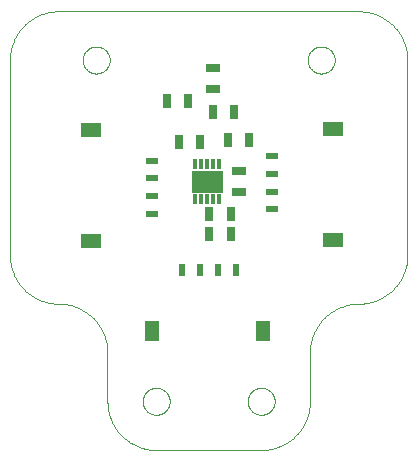
<source format=gbp>
G75*
%MOIN*%
%OFA0B0*%
%FSLAX25Y25*%
%IPPOS*%
%LPD*%
%AMOC8*
5,1,8,0,0,1.08239X$1,22.5*
%
%ADD10C,0.00000*%
%ADD11R,0.03150X0.04724*%
%ADD12R,0.04724X0.03150*%
%ADD13R,0.01200X0.03200*%
%ADD14C,0.00100*%
%ADD15R,0.03937X0.02362*%
%ADD16R,0.07087X0.04921*%
%ADD17R,0.02362X0.03937*%
%ADD18R,0.04921X0.07087*%
D10*
X0047650Y0035150D02*
X0047645Y0035543D01*
X0047631Y0035935D01*
X0047607Y0036327D01*
X0047574Y0036718D01*
X0047532Y0037109D01*
X0047479Y0037498D01*
X0047418Y0037886D01*
X0047347Y0038272D01*
X0047267Y0038656D01*
X0047178Y0039039D01*
X0047079Y0039419D01*
X0046971Y0039797D01*
X0046855Y0040172D01*
X0046729Y0040544D01*
X0046594Y0040912D01*
X0046450Y0041278D01*
X0046298Y0041640D01*
X0046137Y0041998D01*
X0045967Y0042352D01*
X0045789Y0042702D01*
X0045602Y0043047D01*
X0045407Y0043388D01*
X0045204Y0043724D01*
X0044993Y0044055D01*
X0044773Y0044381D01*
X0044547Y0044702D01*
X0044312Y0045016D01*
X0044070Y0045326D01*
X0043820Y0045629D01*
X0043563Y0045926D01*
X0043299Y0046217D01*
X0043028Y0046501D01*
X0042751Y0046778D01*
X0042467Y0047049D01*
X0042176Y0047313D01*
X0041879Y0047570D01*
X0041576Y0047820D01*
X0041266Y0048062D01*
X0040952Y0048297D01*
X0040631Y0048523D01*
X0040305Y0048743D01*
X0039974Y0048954D01*
X0039638Y0049157D01*
X0039297Y0049352D01*
X0038952Y0049539D01*
X0038602Y0049717D01*
X0038248Y0049887D01*
X0037890Y0050048D01*
X0037528Y0050200D01*
X0037162Y0050344D01*
X0036794Y0050479D01*
X0036422Y0050605D01*
X0036047Y0050721D01*
X0035669Y0050829D01*
X0035289Y0050928D01*
X0034906Y0051017D01*
X0034522Y0051097D01*
X0034136Y0051168D01*
X0033748Y0051229D01*
X0033359Y0051282D01*
X0032968Y0051324D01*
X0032577Y0051357D01*
X0032185Y0051381D01*
X0031793Y0051395D01*
X0031400Y0051400D01*
X0031007Y0051405D01*
X0030615Y0051419D01*
X0030223Y0051443D01*
X0029832Y0051476D01*
X0029441Y0051518D01*
X0029052Y0051571D01*
X0028664Y0051632D01*
X0028278Y0051703D01*
X0027894Y0051783D01*
X0027511Y0051872D01*
X0027131Y0051971D01*
X0026753Y0052079D01*
X0026378Y0052195D01*
X0026006Y0052321D01*
X0025638Y0052456D01*
X0025272Y0052600D01*
X0024910Y0052752D01*
X0024552Y0052913D01*
X0024198Y0053083D01*
X0023848Y0053261D01*
X0023503Y0053448D01*
X0023162Y0053643D01*
X0022826Y0053846D01*
X0022495Y0054057D01*
X0022169Y0054277D01*
X0021848Y0054503D01*
X0021534Y0054738D01*
X0021224Y0054980D01*
X0020921Y0055230D01*
X0020624Y0055487D01*
X0020333Y0055751D01*
X0020049Y0056022D01*
X0019772Y0056299D01*
X0019501Y0056583D01*
X0019237Y0056874D01*
X0018980Y0057171D01*
X0018730Y0057474D01*
X0018488Y0057784D01*
X0018253Y0058098D01*
X0018027Y0058419D01*
X0017807Y0058745D01*
X0017596Y0059076D01*
X0017393Y0059412D01*
X0017198Y0059753D01*
X0017011Y0060098D01*
X0016833Y0060448D01*
X0016663Y0060802D01*
X0016502Y0061160D01*
X0016350Y0061522D01*
X0016206Y0061888D01*
X0016071Y0062256D01*
X0015945Y0062628D01*
X0015829Y0063003D01*
X0015721Y0063381D01*
X0015622Y0063761D01*
X0015533Y0064144D01*
X0015453Y0064528D01*
X0015382Y0064914D01*
X0015321Y0065302D01*
X0015268Y0065691D01*
X0015226Y0066082D01*
X0015193Y0066473D01*
X0015169Y0066865D01*
X0015155Y0067257D01*
X0015150Y0067650D01*
X0015150Y0132650D01*
X0015155Y0133043D01*
X0015169Y0133435D01*
X0015193Y0133827D01*
X0015226Y0134218D01*
X0015268Y0134609D01*
X0015321Y0134998D01*
X0015382Y0135386D01*
X0015453Y0135772D01*
X0015533Y0136156D01*
X0015622Y0136539D01*
X0015721Y0136919D01*
X0015829Y0137297D01*
X0015945Y0137672D01*
X0016071Y0138044D01*
X0016206Y0138412D01*
X0016350Y0138778D01*
X0016502Y0139140D01*
X0016663Y0139498D01*
X0016833Y0139852D01*
X0017011Y0140202D01*
X0017198Y0140547D01*
X0017393Y0140888D01*
X0017596Y0141224D01*
X0017807Y0141555D01*
X0018027Y0141881D01*
X0018253Y0142202D01*
X0018488Y0142516D01*
X0018730Y0142826D01*
X0018980Y0143129D01*
X0019237Y0143426D01*
X0019501Y0143717D01*
X0019772Y0144001D01*
X0020049Y0144278D01*
X0020333Y0144549D01*
X0020624Y0144813D01*
X0020921Y0145070D01*
X0021224Y0145320D01*
X0021534Y0145562D01*
X0021848Y0145797D01*
X0022169Y0146023D01*
X0022495Y0146243D01*
X0022826Y0146454D01*
X0023162Y0146657D01*
X0023503Y0146852D01*
X0023848Y0147039D01*
X0024198Y0147217D01*
X0024552Y0147387D01*
X0024910Y0147548D01*
X0025272Y0147700D01*
X0025638Y0147844D01*
X0026006Y0147979D01*
X0026378Y0148105D01*
X0026753Y0148221D01*
X0027131Y0148329D01*
X0027511Y0148428D01*
X0027894Y0148517D01*
X0028278Y0148597D01*
X0028664Y0148668D01*
X0029052Y0148729D01*
X0029441Y0148782D01*
X0029832Y0148824D01*
X0030223Y0148857D01*
X0030615Y0148881D01*
X0031007Y0148895D01*
X0031400Y0148900D01*
X0131400Y0148900D01*
X0131793Y0148895D01*
X0132185Y0148881D01*
X0132577Y0148857D01*
X0132968Y0148824D01*
X0133359Y0148782D01*
X0133748Y0148729D01*
X0134136Y0148668D01*
X0134522Y0148597D01*
X0134906Y0148517D01*
X0135289Y0148428D01*
X0135669Y0148329D01*
X0136047Y0148221D01*
X0136422Y0148105D01*
X0136794Y0147979D01*
X0137162Y0147844D01*
X0137528Y0147700D01*
X0137890Y0147548D01*
X0138248Y0147387D01*
X0138602Y0147217D01*
X0138952Y0147039D01*
X0139297Y0146852D01*
X0139638Y0146657D01*
X0139974Y0146454D01*
X0140305Y0146243D01*
X0140631Y0146023D01*
X0140952Y0145797D01*
X0141266Y0145562D01*
X0141576Y0145320D01*
X0141879Y0145070D01*
X0142176Y0144813D01*
X0142467Y0144549D01*
X0142751Y0144278D01*
X0143028Y0144001D01*
X0143299Y0143717D01*
X0143563Y0143426D01*
X0143820Y0143129D01*
X0144070Y0142826D01*
X0144312Y0142516D01*
X0144547Y0142202D01*
X0144773Y0141881D01*
X0144993Y0141555D01*
X0145204Y0141224D01*
X0145407Y0140888D01*
X0145602Y0140547D01*
X0145789Y0140202D01*
X0145967Y0139852D01*
X0146137Y0139498D01*
X0146298Y0139140D01*
X0146450Y0138778D01*
X0146594Y0138412D01*
X0146729Y0138044D01*
X0146855Y0137672D01*
X0146971Y0137297D01*
X0147079Y0136919D01*
X0147178Y0136539D01*
X0147267Y0136156D01*
X0147347Y0135772D01*
X0147418Y0135386D01*
X0147479Y0134998D01*
X0147532Y0134609D01*
X0147574Y0134218D01*
X0147607Y0133827D01*
X0147631Y0133435D01*
X0147645Y0133043D01*
X0147650Y0132650D01*
X0147650Y0067650D01*
X0147645Y0067257D01*
X0147631Y0066865D01*
X0147607Y0066473D01*
X0147574Y0066082D01*
X0147532Y0065691D01*
X0147479Y0065302D01*
X0147418Y0064914D01*
X0147347Y0064528D01*
X0147267Y0064144D01*
X0147178Y0063761D01*
X0147079Y0063381D01*
X0146971Y0063003D01*
X0146855Y0062628D01*
X0146729Y0062256D01*
X0146594Y0061888D01*
X0146450Y0061522D01*
X0146298Y0061160D01*
X0146137Y0060802D01*
X0145967Y0060448D01*
X0145789Y0060098D01*
X0145602Y0059753D01*
X0145407Y0059412D01*
X0145204Y0059076D01*
X0144993Y0058745D01*
X0144773Y0058419D01*
X0144547Y0058098D01*
X0144312Y0057784D01*
X0144070Y0057474D01*
X0143820Y0057171D01*
X0143563Y0056874D01*
X0143299Y0056583D01*
X0143028Y0056299D01*
X0142751Y0056022D01*
X0142467Y0055751D01*
X0142176Y0055487D01*
X0141879Y0055230D01*
X0141576Y0054980D01*
X0141266Y0054738D01*
X0140952Y0054503D01*
X0140631Y0054277D01*
X0140305Y0054057D01*
X0139974Y0053846D01*
X0139638Y0053643D01*
X0139297Y0053448D01*
X0138952Y0053261D01*
X0138602Y0053083D01*
X0138248Y0052913D01*
X0137890Y0052752D01*
X0137528Y0052600D01*
X0137162Y0052456D01*
X0136794Y0052321D01*
X0136422Y0052195D01*
X0136047Y0052079D01*
X0135669Y0051971D01*
X0135289Y0051872D01*
X0134906Y0051783D01*
X0134522Y0051703D01*
X0134136Y0051632D01*
X0133748Y0051571D01*
X0133359Y0051518D01*
X0132968Y0051476D01*
X0132577Y0051443D01*
X0132185Y0051419D01*
X0131793Y0051405D01*
X0131400Y0051400D01*
X0131007Y0051395D01*
X0130615Y0051381D01*
X0130223Y0051357D01*
X0129832Y0051324D01*
X0129441Y0051282D01*
X0129052Y0051229D01*
X0128664Y0051168D01*
X0128278Y0051097D01*
X0127894Y0051017D01*
X0127511Y0050928D01*
X0127131Y0050829D01*
X0126753Y0050721D01*
X0126378Y0050605D01*
X0126006Y0050479D01*
X0125638Y0050344D01*
X0125272Y0050200D01*
X0124910Y0050048D01*
X0124552Y0049887D01*
X0124198Y0049717D01*
X0123848Y0049539D01*
X0123503Y0049352D01*
X0123162Y0049157D01*
X0122826Y0048954D01*
X0122495Y0048743D01*
X0122169Y0048523D01*
X0121848Y0048297D01*
X0121534Y0048062D01*
X0121224Y0047820D01*
X0120921Y0047570D01*
X0120624Y0047313D01*
X0120333Y0047049D01*
X0120049Y0046778D01*
X0119772Y0046501D01*
X0119501Y0046217D01*
X0119237Y0045926D01*
X0118980Y0045629D01*
X0118730Y0045326D01*
X0118488Y0045016D01*
X0118253Y0044702D01*
X0118027Y0044381D01*
X0117807Y0044055D01*
X0117596Y0043724D01*
X0117393Y0043388D01*
X0117198Y0043047D01*
X0117011Y0042702D01*
X0116833Y0042352D01*
X0116663Y0041998D01*
X0116502Y0041640D01*
X0116350Y0041278D01*
X0116206Y0040912D01*
X0116071Y0040544D01*
X0115945Y0040172D01*
X0115829Y0039797D01*
X0115721Y0039419D01*
X0115622Y0039039D01*
X0115533Y0038656D01*
X0115453Y0038272D01*
X0115382Y0037886D01*
X0115321Y0037498D01*
X0115268Y0037109D01*
X0115226Y0036718D01*
X0115193Y0036327D01*
X0115169Y0035935D01*
X0115155Y0035543D01*
X0115150Y0035150D01*
X0115150Y0018900D01*
X0115145Y0018507D01*
X0115131Y0018115D01*
X0115107Y0017723D01*
X0115074Y0017332D01*
X0115032Y0016941D01*
X0114979Y0016552D01*
X0114918Y0016164D01*
X0114847Y0015778D01*
X0114767Y0015394D01*
X0114678Y0015011D01*
X0114579Y0014631D01*
X0114471Y0014253D01*
X0114355Y0013878D01*
X0114229Y0013506D01*
X0114094Y0013138D01*
X0113950Y0012772D01*
X0113798Y0012410D01*
X0113637Y0012052D01*
X0113467Y0011698D01*
X0113289Y0011348D01*
X0113102Y0011003D01*
X0112907Y0010662D01*
X0112704Y0010326D01*
X0112493Y0009995D01*
X0112273Y0009669D01*
X0112047Y0009348D01*
X0111812Y0009034D01*
X0111570Y0008724D01*
X0111320Y0008421D01*
X0111063Y0008124D01*
X0110799Y0007833D01*
X0110528Y0007549D01*
X0110251Y0007272D01*
X0109967Y0007001D01*
X0109676Y0006737D01*
X0109379Y0006480D01*
X0109076Y0006230D01*
X0108766Y0005988D01*
X0108452Y0005753D01*
X0108131Y0005527D01*
X0107805Y0005307D01*
X0107474Y0005096D01*
X0107138Y0004893D01*
X0106797Y0004698D01*
X0106452Y0004511D01*
X0106102Y0004333D01*
X0105748Y0004163D01*
X0105390Y0004002D01*
X0105028Y0003850D01*
X0104662Y0003706D01*
X0104294Y0003571D01*
X0103922Y0003445D01*
X0103547Y0003329D01*
X0103169Y0003221D01*
X0102789Y0003122D01*
X0102406Y0003033D01*
X0102022Y0002953D01*
X0101636Y0002882D01*
X0101248Y0002821D01*
X0100859Y0002768D01*
X0100468Y0002726D01*
X0100077Y0002693D01*
X0099685Y0002669D01*
X0099293Y0002655D01*
X0098900Y0002650D01*
X0063900Y0002650D01*
X0063507Y0002655D01*
X0063115Y0002669D01*
X0062723Y0002693D01*
X0062332Y0002726D01*
X0061941Y0002768D01*
X0061552Y0002821D01*
X0061164Y0002882D01*
X0060778Y0002953D01*
X0060394Y0003033D01*
X0060011Y0003122D01*
X0059631Y0003221D01*
X0059253Y0003329D01*
X0058878Y0003445D01*
X0058506Y0003571D01*
X0058138Y0003706D01*
X0057772Y0003850D01*
X0057410Y0004002D01*
X0057052Y0004163D01*
X0056698Y0004333D01*
X0056348Y0004511D01*
X0056003Y0004698D01*
X0055662Y0004893D01*
X0055326Y0005096D01*
X0054995Y0005307D01*
X0054669Y0005527D01*
X0054348Y0005753D01*
X0054034Y0005988D01*
X0053724Y0006230D01*
X0053421Y0006480D01*
X0053124Y0006737D01*
X0052833Y0007001D01*
X0052549Y0007272D01*
X0052272Y0007549D01*
X0052001Y0007833D01*
X0051737Y0008124D01*
X0051480Y0008421D01*
X0051230Y0008724D01*
X0050988Y0009034D01*
X0050753Y0009348D01*
X0050527Y0009669D01*
X0050307Y0009995D01*
X0050096Y0010326D01*
X0049893Y0010662D01*
X0049698Y0011003D01*
X0049511Y0011348D01*
X0049333Y0011698D01*
X0049163Y0012052D01*
X0049002Y0012410D01*
X0048850Y0012772D01*
X0048706Y0013138D01*
X0048571Y0013506D01*
X0048445Y0013878D01*
X0048329Y0014253D01*
X0048221Y0014631D01*
X0048122Y0015011D01*
X0048033Y0015394D01*
X0047953Y0015778D01*
X0047882Y0016164D01*
X0047821Y0016552D01*
X0047768Y0016941D01*
X0047726Y0017332D01*
X0047693Y0017723D01*
X0047669Y0018115D01*
X0047655Y0018507D01*
X0047650Y0018900D01*
X0047650Y0035150D01*
X0059400Y0018900D02*
X0059402Y0019034D01*
X0059408Y0019168D01*
X0059418Y0019301D01*
X0059432Y0019435D01*
X0059450Y0019568D01*
X0059472Y0019700D01*
X0059497Y0019831D01*
X0059527Y0019962D01*
X0059561Y0020092D01*
X0059598Y0020220D01*
X0059639Y0020348D01*
X0059684Y0020474D01*
X0059733Y0020599D01*
X0059785Y0020722D01*
X0059841Y0020844D01*
X0059901Y0020964D01*
X0059964Y0021082D01*
X0060031Y0021198D01*
X0060101Y0021312D01*
X0060175Y0021424D01*
X0060252Y0021534D01*
X0060332Y0021642D01*
X0060415Y0021747D01*
X0060501Y0021849D01*
X0060590Y0021949D01*
X0060683Y0022046D01*
X0060778Y0022141D01*
X0060876Y0022232D01*
X0060976Y0022321D01*
X0061079Y0022406D01*
X0061185Y0022489D01*
X0061293Y0022568D01*
X0061403Y0022644D01*
X0061516Y0022717D01*
X0061631Y0022786D01*
X0061747Y0022852D01*
X0061866Y0022914D01*
X0061986Y0022973D01*
X0062109Y0023028D01*
X0062232Y0023080D01*
X0062357Y0023127D01*
X0062484Y0023171D01*
X0062612Y0023212D01*
X0062741Y0023248D01*
X0062871Y0023281D01*
X0063002Y0023309D01*
X0063133Y0023334D01*
X0063266Y0023355D01*
X0063399Y0023372D01*
X0063532Y0023385D01*
X0063666Y0023394D01*
X0063800Y0023399D01*
X0063934Y0023400D01*
X0064067Y0023397D01*
X0064201Y0023390D01*
X0064335Y0023379D01*
X0064468Y0023364D01*
X0064601Y0023345D01*
X0064733Y0023322D01*
X0064864Y0023296D01*
X0064994Y0023265D01*
X0065124Y0023230D01*
X0065252Y0023192D01*
X0065379Y0023150D01*
X0065505Y0023104D01*
X0065630Y0023054D01*
X0065753Y0023001D01*
X0065874Y0022944D01*
X0065994Y0022883D01*
X0066111Y0022819D01*
X0066227Y0022752D01*
X0066341Y0022681D01*
X0066452Y0022606D01*
X0066561Y0022529D01*
X0066668Y0022448D01*
X0066773Y0022364D01*
X0066874Y0022277D01*
X0066974Y0022187D01*
X0067070Y0022094D01*
X0067164Y0021998D01*
X0067255Y0021899D01*
X0067342Y0021798D01*
X0067427Y0021694D01*
X0067509Y0021588D01*
X0067587Y0021480D01*
X0067662Y0021369D01*
X0067734Y0021256D01*
X0067803Y0021140D01*
X0067868Y0021023D01*
X0067929Y0020904D01*
X0067987Y0020783D01*
X0068041Y0020661D01*
X0068092Y0020537D01*
X0068139Y0020411D01*
X0068182Y0020284D01*
X0068221Y0020156D01*
X0068257Y0020027D01*
X0068288Y0019897D01*
X0068316Y0019766D01*
X0068340Y0019634D01*
X0068360Y0019501D01*
X0068376Y0019368D01*
X0068388Y0019235D01*
X0068396Y0019101D01*
X0068400Y0018967D01*
X0068400Y0018833D01*
X0068396Y0018699D01*
X0068388Y0018565D01*
X0068376Y0018432D01*
X0068360Y0018299D01*
X0068340Y0018166D01*
X0068316Y0018034D01*
X0068288Y0017903D01*
X0068257Y0017773D01*
X0068221Y0017644D01*
X0068182Y0017516D01*
X0068139Y0017389D01*
X0068092Y0017263D01*
X0068041Y0017139D01*
X0067987Y0017017D01*
X0067929Y0016896D01*
X0067868Y0016777D01*
X0067803Y0016660D01*
X0067734Y0016544D01*
X0067662Y0016431D01*
X0067587Y0016320D01*
X0067509Y0016212D01*
X0067427Y0016106D01*
X0067342Y0016002D01*
X0067255Y0015901D01*
X0067164Y0015802D01*
X0067070Y0015706D01*
X0066974Y0015613D01*
X0066874Y0015523D01*
X0066773Y0015436D01*
X0066668Y0015352D01*
X0066561Y0015271D01*
X0066452Y0015194D01*
X0066341Y0015119D01*
X0066227Y0015048D01*
X0066111Y0014981D01*
X0065994Y0014917D01*
X0065874Y0014856D01*
X0065753Y0014799D01*
X0065630Y0014746D01*
X0065505Y0014696D01*
X0065379Y0014650D01*
X0065252Y0014608D01*
X0065124Y0014570D01*
X0064994Y0014535D01*
X0064864Y0014504D01*
X0064733Y0014478D01*
X0064601Y0014455D01*
X0064468Y0014436D01*
X0064335Y0014421D01*
X0064201Y0014410D01*
X0064067Y0014403D01*
X0063934Y0014400D01*
X0063800Y0014401D01*
X0063666Y0014406D01*
X0063532Y0014415D01*
X0063399Y0014428D01*
X0063266Y0014445D01*
X0063133Y0014466D01*
X0063002Y0014491D01*
X0062871Y0014519D01*
X0062741Y0014552D01*
X0062612Y0014588D01*
X0062484Y0014629D01*
X0062357Y0014673D01*
X0062232Y0014720D01*
X0062109Y0014772D01*
X0061986Y0014827D01*
X0061866Y0014886D01*
X0061747Y0014948D01*
X0061631Y0015014D01*
X0061516Y0015083D01*
X0061403Y0015156D01*
X0061293Y0015232D01*
X0061185Y0015311D01*
X0061079Y0015394D01*
X0060976Y0015479D01*
X0060876Y0015568D01*
X0060778Y0015659D01*
X0060683Y0015754D01*
X0060590Y0015851D01*
X0060501Y0015951D01*
X0060415Y0016053D01*
X0060332Y0016158D01*
X0060252Y0016266D01*
X0060175Y0016376D01*
X0060101Y0016488D01*
X0060031Y0016602D01*
X0059964Y0016718D01*
X0059901Y0016836D01*
X0059841Y0016956D01*
X0059785Y0017078D01*
X0059733Y0017201D01*
X0059684Y0017326D01*
X0059639Y0017452D01*
X0059598Y0017580D01*
X0059561Y0017708D01*
X0059527Y0017838D01*
X0059497Y0017969D01*
X0059472Y0018100D01*
X0059450Y0018232D01*
X0059432Y0018365D01*
X0059418Y0018499D01*
X0059408Y0018632D01*
X0059402Y0018766D01*
X0059400Y0018900D01*
X0094400Y0018900D02*
X0094402Y0019034D01*
X0094408Y0019168D01*
X0094418Y0019301D01*
X0094432Y0019435D01*
X0094450Y0019568D01*
X0094472Y0019700D01*
X0094497Y0019831D01*
X0094527Y0019962D01*
X0094561Y0020092D01*
X0094598Y0020220D01*
X0094639Y0020348D01*
X0094684Y0020474D01*
X0094733Y0020599D01*
X0094785Y0020722D01*
X0094841Y0020844D01*
X0094901Y0020964D01*
X0094964Y0021082D01*
X0095031Y0021198D01*
X0095101Y0021312D01*
X0095175Y0021424D01*
X0095252Y0021534D01*
X0095332Y0021642D01*
X0095415Y0021747D01*
X0095501Y0021849D01*
X0095590Y0021949D01*
X0095683Y0022046D01*
X0095778Y0022141D01*
X0095876Y0022232D01*
X0095976Y0022321D01*
X0096079Y0022406D01*
X0096185Y0022489D01*
X0096293Y0022568D01*
X0096403Y0022644D01*
X0096516Y0022717D01*
X0096631Y0022786D01*
X0096747Y0022852D01*
X0096866Y0022914D01*
X0096986Y0022973D01*
X0097109Y0023028D01*
X0097232Y0023080D01*
X0097357Y0023127D01*
X0097484Y0023171D01*
X0097612Y0023212D01*
X0097741Y0023248D01*
X0097871Y0023281D01*
X0098002Y0023309D01*
X0098133Y0023334D01*
X0098266Y0023355D01*
X0098399Y0023372D01*
X0098532Y0023385D01*
X0098666Y0023394D01*
X0098800Y0023399D01*
X0098934Y0023400D01*
X0099067Y0023397D01*
X0099201Y0023390D01*
X0099335Y0023379D01*
X0099468Y0023364D01*
X0099601Y0023345D01*
X0099733Y0023322D01*
X0099864Y0023296D01*
X0099994Y0023265D01*
X0100124Y0023230D01*
X0100252Y0023192D01*
X0100379Y0023150D01*
X0100505Y0023104D01*
X0100630Y0023054D01*
X0100753Y0023001D01*
X0100874Y0022944D01*
X0100994Y0022883D01*
X0101111Y0022819D01*
X0101227Y0022752D01*
X0101341Y0022681D01*
X0101452Y0022606D01*
X0101561Y0022529D01*
X0101668Y0022448D01*
X0101773Y0022364D01*
X0101874Y0022277D01*
X0101974Y0022187D01*
X0102070Y0022094D01*
X0102164Y0021998D01*
X0102255Y0021899D01*
X0102342Y0021798D01*
X0102427Y0021694D01*
X0102509Y0021588D01*
X0102587Y0021480D01*
X0102662Y0021369D01*
X0102734Y0021256D01*
X0102803Y0021140D01*
X0102868Y0021023D01*
X0102929Y0020904D01*
X0102987Y0020783D01*
X0103041Y0020661D01*
X0103092Y0020537D01*
X0103139Y0020411D01*
X0103182Y0020284D01*
X0103221Y0020156D01*
X0103257Y0020027D01*
X0103288Y0019897D01*
X0103316Y0019766D01*
X0103340Y0019634D01*
X0103360Y0019501D01*
X0103376Y0019368D01*
X0103388Y0019235D01*
X0103396Y0019101D01*
X0103400Y0018967D01*
X0103400Y0018833D01*
X0103396Y0018699D01*
X0103388Y0018565D01*
X0103376Y0018432D01*
X0103360Y0018299D01*
X0103340Y0018166D01*
X0103316Y0018034D01*
X0103288Y0017903D01*
X0103257Y0017773D01*
X0103221Y0017644D01*
X0103182Y0017516D01*
X0103139Y0017389D01*
X0103092Y0017263D01*
X0103041Y0017139D01*
X0102987Y0017017D01*
X0102929Y0016896D01*
X0102868Y0016777D01*
X0102803Y0016660D01*
X0102734Y0016544D01*
X0102662Y0016431D01*
X0102587Y0016320D01*
X0102509Y0016212D01*
X0102427Y0016106D01*
X0102342Y0016002D01*
X0102255Y0015901D01*
X0102164Y0015802D01*
X0102070Y0015706D01*
X0101974Y0015613D01*
X0101874Y0015523D01*
X0101773Y0015436D01*
X0101668Y0015352D01*
X0101561Y0015271D01*
X0101452Y0015194D01*
X0101341Y0015119D01*
X0101227Y0015048D01*
X0101111Y0014981D01*
X0100994Y0014917D01*
X0100874Y0014856D01*
X0100753Y0014799D01*
X0100630Y0014746D01*
X0100505Y0014696D01*
X0100379Y0014650D01*
X0100252Y0014608D01*
X0100124Y0014570D01*
X0099994Y0014535D01*
X0099864Y0014504D01*
X0099733Y0014478D01*
X0099601Y0014455D01*
X0099468Y0014436D01*
X0099335Y0014421D01*
X0099201Y0014410D01*
X0099067Y0014403D01*
X0098934Y0014400D01*
X0098800Y0014401D01*
X0098666Y0014406D01*
X0098532Y0014415D01*
X0098399Y0014428D01*
X0098266Y0014445D01*
X0098133Y0014466D01*
X0098002Y0014491D01*
X0097871Y0014519D01*
X0097741Y0014552D01*
X0097612Y0014588D01*
X0097484Y0014629D01*
X0097357Y0014673D01*
X0097232Y0014720D01*
X0097109Y0014772D01*
X0096986Y0014827D01*
X0096866Y0014886D01*
X0096747Y0014948D01*
X0096631Y0015014D01*
X0096516Y0015083D01*
X0096403Y0015156D01*
X0096293Y0015232D01*
X0096185Y0015311D01*
X0096079Y0015394D01*
X0095976Y0015479D01*
X0095876Y0015568D01*
X0095778Y0015659D01*
X0095683Y0015754D01*
X0095590Y0015851D01*
X0095501Y0015951D01*
X0095415Y0016053D01*
X0095332Y0016158D01*
X0095252Y0016266D01*
X0095175Y0016376D01*
X0095101Y0016488D01*
X0095031Y0016602D01*
X0094964Y0016718D01*
X0094901Y0016836D01*
X0094841Y0016956D01*
X0094785Y0017078D01*
X0094733Y0017201D01*
X0094684Y0017326D01*
X0094639Y0017452D01*
X0094598Y0017580D01*
X0094561Y0017708D01*
X0094527Y0017838D01*
X0094497Y0017969D01*
X0094472Y0018100D01*
X0094450Y0018232D01*
X0094432Y0018365D01*
X0094418Y0018499D01*
X0094408Y0018632D01*
X0094402Y0018766D01*
X0094400Y0018900D01*
X0114400Y0132650D02*
X0114402Y0132784D01*
X0114408Y0132918D01*
X0114418Y0133051D01*
X0114432Y0133185D01*
X0114450Y0133318D01*
X0114472Y0133450D01*
X0114497Y0133581D01*
X0114527Y0133712D01*
X0114561Y0133842D01*
X0114598Y0133970D01*
X0114639Y0134098D01*
X0114684Y0134224D01*
X0114733Y0134349D01*
X0114785Y0134472D01*
X0114841Y0134594D01*
X0114901Y0134714D01*
X0114964Y0134832D01*
X0115031Y0134948D01*
X0115101Y0135062D01*
X0115175Y0135174D01*
X0115252Y0135284D01*
X0115332Y0135392D01*
X0115415Y0135497D01*
X0115501Y0135599D01*
X0115590Y0135699D01*
X0115683Y0135796D01*
X0115778Y0135891D01*
X0115876Y0135982D01*
X0115976Y0136071D01*
X0116079Y0136156D01*
X0116185Y0136239D01*
X0116293Y0136318D01*
X0116403Y0136394D01*
X0116516Y0136467D01*
X0116631Y0136536D01*
X0116747Y0136602D01*
X0116866Y0136664D01*
X0116986Y0136723D01*
X0117109Y0136778D01*
X0117232Y0136830D01*
X0117357Y0136877D01*
X0117484Y0136921D01*
X0117612Y0136962D01*
X0117741Y0136998D01*
X0117871Y0137031D01*
X0118002Y0137059D01*
X0118133Y0137084D01*
X0118266Y0137105D01*
X0118399Y0137122D01*
X0118532Y0137135D01*
X0118666Y0137144D01*
X0118800Y0137149D01*
X0118934Y0137150D01*
X0119067Y0137147D01*
X0119201Y0137140D01*
X0119335Y0137129D01*
X0119468Y0137114D01*
X0119601Y0137095D01*
X0119733Y0137072D01*
X0119864Y0137046D01*
X0119994Y0137015D01*
X0120124Y0136980D01*
X0120252Y0136942D01*
X0120379Y0136900D01*
X0120505Y0136854D01*
X0120630Y0136804D01*
X0120753Y0136751D01*
X0120874Y0136694D01*
X0120994Y0136633D01*
X0121111Y0136569D01*
X0121227Y0136502D01*
X0121341Y0136431D01*
X0121452Y0136356D01*
X0121561Y0136279D01*
X0121668Y0136198D01*
X0121773Y0136114D01*
X0121874Y0136027D01*
X0121974Y0135937D01*
X0122070Y0135844D01*
X0122164Y0135748D01*
X0122255Y0135649D01*
X0122342Y0135548D01*
X0122427Y0135444D01*
X0122509Y0135338D01*
X0122587Y0135230D01*
X0122662Y0135119D01*
X0122734Y0135006D01*
X0122803Y0134890D01*
X0122868Y0134773D01*
X0122929Y0134654D01*
X0122987Y0134533D01*
X0123041Y0134411D01*
X0123092Y0134287D01*
X0123139Y0134161D01*
X0123182Y0134034D01*
X0123221Y0133906D01*
X0123257Y0133777D01*
X0123288Y0133647D01*
X0123316Y0133516D01*
X0123340Y0133384D01*
X0123360Y0133251D01*
X0123376Y0133118D01*
X0123388Y0132985D01*
X0123396Y0132851D01*
X0123400Y0132717D01*
X0123400Y0132583D01*
X0123396Y0132449D01*
X0123388Y0132315D01*
X0123376Y0132182D01*
X0123360Y0132049D01*
X0123340Y0131916D01*
X0123316Y0131784D01*
X0123288Y0131653D01*
X0123257Y0131523D01*
X0123221Y0131394D01*
X0123182Y0131266D01*
X0123139Y0131139D01*
X0123092Y0131013D01*
X0123041Y0130889D01*
X0122987Y0130767D01*
X0122929Y0130646D01*
X0122868Y0130527D01*
X0122803Y0130410D01*
X0122734Y0130294D01*
X0122662Y0130181D01*
X0122587Y0130070D01*
X0122509Y0129962D01*
X0122427Y0129856D01*
X0122342Y0129752D01*
X0122255Y0129651D01*
X0122164Y0129552D01*
X0122070Y0129456D01*
X0121974Y0129363D01*
X0121874Y0129273D01*
X0121773Y0129186D01*
X0121668Y0129102D01*
X0121561Y0129021D01*
X0121452Y0128944D01*
X0121341Y0128869D01*
X0121227Y0128798D01*
X0121111Y0128731D01*
X0120994Y0128667D01*
X0120874Y0128606D01*
X0120753Y0128549D01*
X0120630Y0128496D01*
X0120505Y0128446D01*
X0120379Y0128400D01*
X0120252Y0128358D01*
X0120124Y0128320D01*
X0119994Y0128285D01*
X0119864Y0128254D01*
X0119733Y0128228D01*
X0119601Y0128205D01*
X0119468Y0128186D01*
X0119335Y0128171D01*
X0119201Y0128160D01*
X0119067Y0128153D01*
X0118934Y0128150D01*
X0118800Y0128151D01*
X0118666Y0128156D01*
X0118532Y0128165D01*
X0118399Y0128178D01*
X0118266Y0128195D01*
X0118133Y0128216D01*
X0118002Y0128241D01*
X0117871Y0128269D01*
X0117741Y0128302D01*
X0117612Y0128338D01*
X0117484Y0128379D01*
X0117357Y0128423D01*
X0117232Y0128470D01*
X0117109Y0128522D01*
X0116986Y0128577D01*
X0116866Y0128636D01*
X0116747Y0128698D01*
X0116631Y0128764D01*
X0116516Y0128833D01*
X0116403Y0128906D01*
X0116293Y0128982D01*
X0116185Y0129061D01*
X0116079Y0129144D01*
X0115976Y0129229D01*
X0115876Y0129318D01*
X0115778Y0129409D01*
X0115683Y0129504D01*
X0115590Y0129601D01*
X0115501Y0129701D01*
X0115415Y0129803D01*
X0115332Y0129908D01*
X0115252Y0130016D01*
X0115175Y0130126D01*
X0115101Y0130238D01*
X0115031Y0130352D01*
X0114964Y0130468D01*
X0114901Y0130586D01*
X0114841Y0130706D01*
X0114785Y0130828D01*
X0114733Y0130951D01*
X0114684Y0131076D01*
X0114639Y0131202D01*
X0114598Y0131330D01*
X0114561Y0131458D01*
X0114527Y0131588D01*
X0114497Y0131719D01*
X0114472Y0131850D01*
X0114450Y0131982D01*
X0114432Y0132115D01*
X0114418Y0132249D01*
X0114408Y0132382D01*
X0114402Y0132516D01*
X0114400Y0132650D01*
X0039400Y0132650D02*
X0039402Y0132784D01*
X0039408Y0132918D01*
X0039418Y0133051D01*
X0039432Y0133185D01*
X0039450Y0133318D01*
X0039472Y0133450D01*
X0039497Y0133581D01*
X0039527Y0133712D01*
X0039561Y0133842D01*
X0039598Y0133970D01*
X0039639Y0134098D01*
X0039684Y0134224D01*
X0039733Y0134349D01*
X0039785Y0134472D01*
X0039841Y0134594D01*
X0039901Y0134714D01*
X0039964Y0134832D01*
X0040031Y0134948D01*
X0040101Y0135062D01*
X0040175Y0135174D01*
X0040252Y0135284D01*
X0040332Y0135392D01*
X0040415Y0135497D01*
X0040501Y0135599D01*
X0040590Y0135699D01*
X0040683Y0135796D01*
X0040778Y0135891D01*
X0040876Y0135982D01*
X0040976Y0136071D01*
X0041079Y0136156D01*
X0041185Y0136239D01*
X0041293Y0136318D01*
X0041403Y0136394D01*
X0041516Y0136467D01*
X0041631Y0136536D01*
X0041747Y0136602D01*
X0041866Y0136664D01*
X0041986Y0136723D01*
X0042109Y0136778D01*
X0042232Y0136830D01*
X0042357Y0136877D01*
X0042484Y0136921D01*
X0042612Y0136962D01*
X0042741Y0136998D01*
X0042871Y0137031D01*
X0043002Y0137059D01*
X0043133Y0137084D01*
X0043266Y0137105D01*
X0043399Y0137122D01*
X0043532Y0137135D01*
X0043666Y0137144D01*
X0043800Y0137149D01*
X0043934Y0137150D01*
X0044067Y0137147D01*
X0044201Y0137140D01*
X0044335Y0137129D01*
X0044468Y0137114D01*
X0044601Y0137095D01*
X0044733Y0137072D01*
X0044864Y0137046D01*
X0044994Y0137015D01*
X0045124Y0136980D01*
X0045252Y0136942D01*
X0045379Y0136900D01*
X0045505Y0136854D01*
X0045630Y0136804D01*
X0045753Y0136751D01*
X0045874Y0136694D01*
X0045994Y0136633D01*
X0046111Y0136569D01*
X0046227Y0136502D01*
X0046341Y0136431D01*
X0046452Y0136356D01*
X0046561Y0136279D01*
X0046668Y0136198D01*
X0046773Y0136114D01*
X0046874Y0136027D01*
X0046974Y0135937D01*
X0047070Y0135844D01*
X0047164Y0135748D01*
X0047255Y0135649D01*
X0047342Y0135548D01*
X0047427Y0135444D01*
X0047509Y0135338D01*
X0047587Y0135230D01*
X0047662Y0135119D01*
X0047734Y0135006D01*
X0047803Y0134890D01*
X0047868Y0134773D01*
X0047929Y0134654D01*
X0047987Y0134533D01*
X0048041Y0134411D01*
X0048092Y0134287D01*
X0048139Y0134161D01*
X0048182Y0134034D01*
X0048221Y0133906D01*
X0048257Y0133777D01*
X0048288Y0133647D01*
X0048316Y0133516D01*
X0048340Y0133384D01*
X0048360Y0133251D01*
X0048376Y0133118D01*
X0048388Y0132985D01*
X0048396Y0132851D01*
X0048400Y0132717D01*
X0048400Y0132583D01*
X0048396Y0132449D01*
X0048388Y0132315D01*
X0048376Y0132182D01*
X0048360Y0132049D01*
X0048340Y0131916D01*
X0048316Y0131784D01*
X0048288Y0131653D01*
X0048257Y0131523D01*
X0048221Y0131394D01*
X0048182Y0131266D01*
X0048139Y0131139D01*
X0048092Y0131013D01*
X0048041Y0130889D01*
X0047987Y0130767D01*
X0047929Y0130646D01*
X0047868Y0130527D01*
X0047803Y0130410D01*
X0047734Y0130294D01*
X0047662Y0130181D01*
X0047587Y0130070D01*
X0047509Y0129962D01*
X0047427Y0129856D01*
X0047342Y0129752D01*
X0047255Y0129651D01*
X0047164Y0129552D01*
X0047070Y0129456D01*
X0046974Y0129363D01*
X0046874Y0129273D01*
X0046773Y0129186D01*
X0046668Y0129102D01*
X0046561Y0129021D01*
X0046452Y0128944D01*
X0046341Y0128869D01*
X0046227Y0128798D01*
X0046111Y0128731D01*
X0045994Y0128667D01*
X0045874Y0128606D01*
X0045753Y0128549D01*
X0045630Y0128496D01*
X0045505Y0128446D01*
X0045379Y0128400D01*
X0045252Y0128358D01*
X0045124Y0128320D01*
X0044994Y0128285D01*
X0044864Y0128254D01*
X0044733Y0128228D01*
X0044601Y0128205D01*
X0044468Y0128186D01*
X0044335Y0128171D01*
X0044201Y0128160D01*
X0044067Y0128153D01*
X0043934Y0128150D01*
X0043800Y0128151D01*
X0043666Y0128156D01*
X0043532Y0128165D01*
X0043399Y0128178D01*
X0043266Y0128195D01*
X0043133Y0128216D01*
X0043002Y0128241D01*
X0042871Y0128269D01*
X0042741Y0128302D01*
X0042612Y0128338D01*
X0042484Y0128379D01*
X0042357Y0128423D01*
X0042232Y0128470D01*
X0042109Y0128522D01*
X0041986Y0128577D01*
X0041866Y0128636D01*
X0041747Y0128698D01*
X0041631Y0128764D01*
X0041516Y0128833D01*
X0041403Y0128906D01*
X0041293Y0128982D01*
X0041185Y0129061D01*
X0041079Y0129144D01*
X0040976Y0129229D01*
X0040876Y0129318D01*
X0040778Y0129409D01*
X0040683Y0129504D01*
X0040590Y0129601D01*
X0040501Y0129701D01*
X0040415Y0129803D01*
X0040332Y0129908D01*
X0040252Y0130016D01*
X0040175Y0130126D01*
X0040101Y0130238D01*
X0040031Y0130352D01*
X0039964Y0130468D01*
X0039901Y0130586D01*
X0039841Y0130706D01*
X0039785Y0130828D01*
X0039733Y0130951D01*
X0039684Y0131076D01*
X0039639Y0131202D01*
X0039598Y0131330D01*
X0039561Y0131458D01*
X0039527Y0131588D01*
X0039497Y0131719D01*
X0039472Y0131850D01*
X0039450Y0131982D01*
X0039432Y0132115D01*
X0039418Y0132249D01*
X0039408Y0132382D01*
X0039402Y0132516D01*
X0039400Y0132650D01*
D11*
X0067357Y0118900D03*
X0074443Y0118900D03*
X0082857Y0115400D03*
X0089943Y0115400D03*
X0087857Y0105900D03*
X0094943Y0105900D03*
X0078493Y0105250D03*
X0071407Y0105250D03*
X0081607Y0081400D03*
X0088693Y0081400D03*
X0088693Y0074650D03*
X0081607Y0074650D03*
D12*
X0091400Y0088607D03*
X0091400Y0095693D03*
X0082900Y0122857D03*
X0082900Y0129943D03*
D13*
X0082869Y0097850D03*
X0084837Y0097850D03*
X0080900Y0097850D03*
X0078931Y0097850D03*
X0076963Y0097850D03*
X0076963Y0086450D03*
X0078931Y0086450D03*
X0080900Y0086450D03*
X0082869Y0086450D03*
X0084837Y0086450D03*
D14*
X0085800Y0088700D02*
X0085800Y0095600D01*
X0076000Y0095600D01*
X0076000Y0088700D01*
X0085800Y0088700D01*
X0085800Y0088762D02*
X0076000Y0088762D01*
X0076000Y0088861D02*
X0085800Y0088861D01*
X0085800Y0088959D02*
X0076000Y0088959D01*
X0076000Y0089058D02*
X0085800Y0089058D01*
X0085800Y0089156D02*
X0076000Y0089156D01*
X0076000Y0089255D02*
X0085800Y0089255D01*
X0085800Y0089353D02*
X0076000Y0089353D01*
X0076000Y0089452D02*
X0085800Y0089452D01*
X0085800Y0089550D02*
X0076000Y0089550D01*
X0076000Y0089649D02*
X0085800Y0089649D01*
X0085800Y0089747D02*
X0076000Y0089747D01*
X0076000Y0089846D02*
X0085800Y0089846D01*
X0085800Y0089944D02*
X0076000Y0089944D01*
X0076000Y0090043D02*
X0085800Y0090043D01*
X0085800Y0090141D02*
X0076000Y0090141D01*
X0076000Y0090240D02*
X0085800Y0090240D01*
X0085800Y0090338D02*
X0076000Y0090338D01*
X0076000Y0090437D02*
X0085800Y0090437D01*
X0085800Y0090535D02*
X0076000Y0090535D01*
X0076000Y0090634D02*
X0085800Y0090634D01*
X0085800Y0090732D02*
X0076000Y0090732D01*
X0076000Y0090831D02*
X0085800Y0090831D01*
X0085800Y0090929D02*
X0076000Y0090929D01*
X0076000Y0091028D02*
X0085800Y0091028D01*
X0085800Y0091126D02*
X0076000Y0091126D01*
X0076000Y0091225D02*
X0085800Y0091225D01*
X0085800Y0091323D02*
X0076000Y0091323D01*
X0076000Y0091422D02*
X0085800Y0091422D01*
X0085800Y0091520D02*
X0076000Y0091520D01*
X0076000Y0091619D02*
X0085800Y0091619D01*
X0085800Y0091717D02*
X0076000Y0091717D01*
X0076000Y0091816D02*
X0085800Y0091816D01*
X0085800Y0091914D02*
X0076000Y0091914D01*
X0076000Y0092013D02*
X0085800Y0092013D01*
X0085800Y0092111D02*
X0076000Y0092111D01*
X0076000Y0092210D02*
X0085800Y0092210D01*
X0085800Y0092308D02*
X0076000Y0092308D01*
X0076000Y0092407D02*
X0085800Y0092407D01*
X0085800Y0092505D02*
X0076000Y0092505D01*
X0076000Y0092604D02*
X0085800Y0092604D01*
X0085800Y0092702D02*
X0076000Y0092702D01*
X0076000Y0092801D02*
X0085800Y0092801D01*
X0085800Y0092900D02*
X0076000Y0092900D01*
X0076000Y0092998D02*
X0085800Y0092998D01*
X0085800Y0093097D02*
X0076000Y0093097D01*
X0076000Y0093195D02*
X0085800Y0093195D01*
X0085800Y0093294D02*
X0076000Y0093294D01*
X0076000Y0093392D02*
X0085800Y0093392D01*
X0085800Y0093491D02*
X0076000Y0093491D01*
X0076000Y0093589D02*
X0085800Y0093589D01*
X0085800Y0093688D02*
X0076000Y0093688D01*
X0076000Y0093786D02*
X0085800Y0093786D01*
X0085800Y0093885D02*
X0076000Y0093885D01*
X0076000Y0093983D02*
X0085800Y0093983D01*
X0085800Y0094082D02*
X0076000Y0094082D01*
X0076000Y0094180D02*
X0085800Y0094180D01*
X0085800Y0094279D02*
X0076000Y0094279D01*
X0076000Y0094377D02*
X0085800Y0094377D01*
X0085800Y0094476D02*
X0076000Y0094476D01*
X0076000Y0094574D02*
X0085800Y0094574D01*
X0085800Y0094673D02*
X0076000Y0094673D01*
X0076000Y0094771D02*
X0085800Y0094771D01*
X0085800Y0094870D02*
X0076000Y0094870D01*
X0076000Y0094968D02*
X0085800Y0094968D01*
X0085800Y0095067D02*
X0076000Y0095067D01*
X0076000Y0095165D02*
X0085800Y0095165D01*
X0085800Y0095264D02*
X0076000Y0095264D01*
X0076000Y0095362D02*
X0085800Y0095362D01*
X0085800Y0095461D02*
X0076000Y0095461D01*
X0076000Y0095559D02*
X0085800Y0095559D01*
D15*
X0102400Y0094711D03*
X0102400Y0088806D03*
X0102400Y0082900D03*
X0102400Y0100617D03*
X0062650Y0099150D03*
X0062650Y0093244D03*
X0062650Y0087339D03*
X0062650Y0081433D03*
D16*
X0042178Y0072359D03*
X0042178Y0109406D03*
X0122872Y0109691D03*
X0122872Y0072644D03*
D17*
X0090367Y0062650D03*
X0084461Y0062650D03*
X0078556Y0062650D03*
X0072650Y0062650D03*
D18*
X0062394Y0042178D03*
X0099441Y0042178D03*
M02*

</source>
